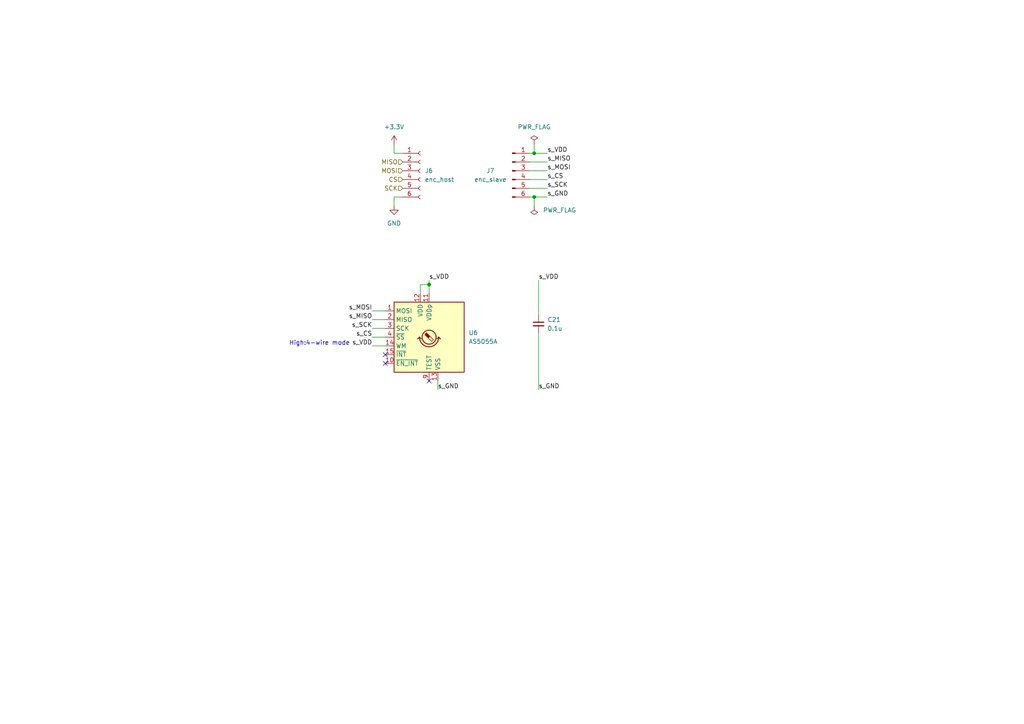
<source format=kicad_sch>
(kicad_sch (version 20231120) (generator "eeschema") (generator_version "8.0")
  (paper "A4")
  (lib_symbols
    (symbol "Connector:Conn_01x06_Female" (pin_names (offset 1.016) hide)
      (property "Reference" "J" (at 0 7.62 0))
      (property "Value" "Conn_01x06_Female" (at 0 -10.16 0))
      (symbol "Conn_01x06_Female_1_1"
        (arc (start 0 -7.112) (mid -0.5058 -7.62) (end 0 -8.128) (stroke (width 0.1524)))
        (arc (start 0 -4.572) (mid -0.5058 -5.08) (end 0 -5.588) (stroke (width 0.1524)))
        (arc (start 0 -2.032) (mid -0.5058 -2.54) (end 0 -3.048) (stroke (width 0.1524)))
        (polyline (pts (xy -1.27 -7.62) (xy -0.508 -7.62)) (stroke (width 0.1524)))
        (polyline (pts (xy -1.27 -5.08) (xy -0.508 -5.08)) (stroke (width 0.1524)))
        (polyline (pts (xy -1.27 -2.54) (xy -0.508 -2.54)) (stroke (width 0.1524)))
        (polyline (pts (xy -1.27 0) (xy -0.508 0)) (stroke (width 0.1524)))
        (polyline (pts (xy -1.27 2.54) (xy -0.508 2.54)) (stroke (width 0.1524)))
        (polyline (pts (xy -1.27 5.08) (xy -0.508 5.08)) (stroke (width 0.1524)))
        (arc (start 0 0.508) (mid -0.5058 0) (end 0 -0.508) (stroke (width 0.1524)))
        (arc (start 0 3.048) (mid -0.5058 2.54) (end 0 2.032) (stroke (width 0.1524)))
        (arc (start 0 5.588) (mid -0.5058 5.08) (end 0 4.572) (stroke (width 0.1524)))
        (pin passive line (at -5.08 5.08 0) (length 3.81) (name "Pin_1") (number "1"))
        (pin passive line (at -5.08 2.54 0) (length 3.81) (name "Pin_2") (number "2"))
        (pin passive line (at -5.08 0 0) (length 3.81) (name "Pin_3") (number "3"))
        (pin passive line (at -5.08 -2.54 0) (length 3.81) (name "Pin_4") (number "4"))
        (pin passive line (at -5.08 -5.08 0) (length 3.81) (name "Pin_5") (number "5"))
        (pin passive line (at -5.08 -7.62 0) (length 3.81) (name "Pin_6") (number "6"))
      )
    )
    (symbol "Connector:Conn_01x06_Male" (pin_names (offset 1.016) hide)
      (property "Reference" "J" (at 0 7.62 0))
      (property "Value" "Conn_01x06_Male" (at 0 -10.16 0))
      (symbol "Conn_01x06_Male_1_1"
        (polyline (pts (xy 1.27 -7.62) (xy 0.8636 -7.62)) (stroke (width 0.1524)))
        (polyline (pts (xy 1.27 -5.08) (xy 0.8636 -5.08)) (stroke (width 0.1524)))
        (polyline (pts (xy 1.27 -2.54) (xy 0.8636 -2.54)) (stroke (width 0.1524)))
        (polyline (pts (xy 1.27 0) (xy 0.8636 0)) (stroke (width 0.1524)))
        (polyline (pts (xy 1.27 2.54) (xy 0.8636 2.54)) (stroke (width 0.1524)))
        (polyline (pts (xy 1.27 5.08) (xy 0.8636 5.08)) (stroke (width 0.1524)))
        (rectangle (start 0.8636 -7.493) (end 0 -7.747) (stroke (width 0.1524)) (fill (type outline)))
        (rectangle (start 0.8636 -4.953) (end 0 -5.207) (stroke (width 0.1524)) (fill (type outline)))
        (rectangle (start 0.8636 -2.413) (end 0 -2.667) (stroke (width 0.1524)) (fill (type outline)))
        (rectangle (start 0.8636 0.127) (end 0 -0.127) (stroke (width 0.1524)) (fill (type outline)))
        (rectangle (start 0.8636 2.667) (end 0 2.413) (stroke (width 0.1524)) (fill (type outline)))
        (rectangle (start 0.8636 5.207) (end 0 4.953) (stroke (width 0.1524)) (fill (type outline)))
        (pin passive line (at 5.08 5.08 180) (length 3.81) (name "Pin_1") (number "1"))
        (pin passive line (at 5.08 2.54 180) (length 3.81) (name "Pin_2") (number "2"))
        (pin passive line (at 5.08 0 180) (length 3.81) (name "Pin_3") (number "3"))
        (pin passive line (at 5.08 -2.54 180) (length 3.81) (name "Pin_4") (number "4"))
        (pin passive line (at 5.08 -5.08 180) (length 3.81) (name "Pin_5") (number "5"))
        (pin passive line (at 5.08 -7.62 180) (length 3.81) (name "Pin_6") (number "6"))
      )
    )
    (symbol "Device:C_Small" (pin_numbers hide) (pin_names (offset 0.254) hide)
      (property "Reference" "C" (at 0.254 1.778 0))
      (property "Value" "C_Small" (at 0.254 -2.032 0))
      (symbol "C_Small_0_1"
        (polyline (pts (xy -1.524 -0.508) (xy 1.524 -0.508)) (stroke (width 0.3302)))
        (polyline (pts (xy -1.524 0.508) (xy 1.524 0.508)) (stroke (width 0.3048)))
      )
      (symbol "C_Small_1_1"
        (pin passive line (at 0 2.54 270) (length 2.032) (name "~") (number "1"))
        (pin passive line (at 0 -2.54 90) (length 2.032) (name "~") (number "2"))
      )
    )
    (symbol "Sensor_Magnetic:AS5055A"
      (property "Reference" "U" (at -10.16 11.43 0))
      (property "Value" "AS5055A" (at 10.16 11.43 0))
      (symbol "AS5055A_0_1"
        (rectangle (start -10.16 10.16) (end 10.16 -10.16) (stroke (width 0.254)) (fill (type background)))
        (arc (start -2.794 0) (mid 0 -2.7819) (end 2.794 0) (stroke (width 0.254)))
        (polyline (pts (xy -2.794 0) (xy -3.302 -0.508)) (stroke (width 0.254)))
        (polyline (pts (xy -2.794 0) (xy -2.286 -0.508)) (stroke (width 0.254)))
        (polyline (pts (xy 2.794 0) (xy 2.286 -0.508)) (stroke (width 0.254)))
        (polyline (pts (xy 2.794 0) (xy 3.302 -0.508)) (stroke (width 0.254)))
      )
      (symbol "AS5055A_1_1"
        (polyline (pts (xy 0.254 0.254) (xy 1.27 -0.762) (xy 0.762 -1.27) (xy -0.254 -0.254)))
        (polyline (pts (xy -0.762 1.27) (xy 0.254 0.254) (xy -0.254 -0.254) (xy -1.27 0.762) (xy -1.016 1.016) (xy -0.762 1.27) (xy -0.635 1.143)) (fill (type outline)))
        (circle (center 0 0) (radius 2.032) (stroke (width 0.254)))
        (pin input line (at -12.7 7.62 0) (length 2.54) (name "MOSI") (number "1"))
        (pin input line (at -12.7 -7.62 0) (length 2.54) (name "~{EN_INT}") (number "10"))
        (pin power_in line (at 0 12.7 270) (length 2.54) (name "VDDp") (number "11"))
        (pin power_in line (at -2.54 12.7 270) (length 2.54) (name "VDD") (number "12"))
        (pin power_in line (at 2.54 -12.7 90) (length 2.54) (name "VSS") (number "13"))
        (pin input line (at -12.7 -2.54 0) (length 2.54) (name "WM") (number "14"))
        (pin output line (at -12.7 -5.08 0) (length 2.54) (name "~{INT}") (number "15"))
        (pin no_connect line (at 5.08 -10.16 90) (length 2.54) hide (name "NC") (number "16"))
        (pin no_connect line (at 7.62 -10.16 90) (length 2.54) hide (name "NC") (number "17"))
        (pin output line (at -12.7 5.08 0) (length 2.54) (name "MISO") (number "2"))
        (pin input line (at -12.7 2.54 0) (length 2.54) (name "SCK") (number "3"))
        (pin input line (at -12.7 0 0) (length 2.54) (name "~{SS}") (number "4"))
        (pin no_connect line (at 10.16 7.62 180) (length 2.54) hide (name "NC") (number "5"))
        (pin no_connect line (at 10.16 5.08 180) (length 2.54) hide (name "NC") (number "6"))
        (pin no_connect line (at 10.16 2.54 180) (length 2.54) hide (name "NC") (number "7"))
        (pin no_connect line (at 10.16 0 180) (length 2.54) hide (name "NC") (number "8"))
        (pin passive line (at 0 -12.7 90) (length 2.54) (name "TEST") (number "9"))
      )
    )
    (symbol "power:+3.3V" (power) (pin_names (offset 0))
      (property "Value" "+3.3V" (at 0 3.556 0))
      (symbol "+3.3V_0_1"
        (polyline (pts (xy -0.762 1.27) (xy 0 2.54)))
        (polyline (pts (xy 0 0) (xy 0 2.54)))
        (polyline (pts (xy 0 2.54) (xy 0.762 1.27)))
      )
      (symbol "+3.3V_1_1"
        (pin power_in line (at 0 0 90) (length 0) hide (name "+3.3V") (number "1"))
      )
    )
    (symbol "power:GND" (power) (pin_names (offset 0))
      (property "Value" "GND" (at 0 -3.81 0))
      (symbol "GND_0_1"
        (polyline (pts (xy 0 0) (xy 0 -1.27) (xy 1.27 -1.27) (xy 0 -2.54) (xy -1.27 -1.27) (xy 0 -1.27)))
      )
      (symbol "GND_1_1"
        (pin power_in line (at 0 0 270) (length 0) hide (name "GND") (number "1"))
      )
    )
    (symbol "power:PWR_FLAG" (power) (pin_numbers hide) (pin_names (offset 0) hide)
      (property "Value" "PWR_FLAG" (at 0 3.81 0))
      (symbol "PWR_FLAG_0_0"
        (pin power_out line (at 0 0 90) (length 0) (name "pwr") (number "1"))
      )
      (symbol "PWR_FLAG_0_1"
        (polyline (pts (xy 0 0) (xy 0 1.27) (xy -1.016 1.905) (xy 0 2.54) (xy 1.016 1.905) (xy 0 1.27)))
      )
    )
  )
  (junction (at 124.46 82.55))
  (junction (at 154.94 57.15))
  (junction (at 154.94 44.45))
  (no_connect (at 111.76 102.87))
  (no_connect (at 111.76 105.41))
  (no_connect (at 124.46 110.49))
  (wire (pts (xy 127 110.49) (xy 127 113.03)))
  (wire (pts (xy 153.67 52.07) (xy 158.75 52.07)))
  (wire (pts (xy 153.67 54.61) (xy 158.75 54.61)))
  (wire (pts (xy 153.67 49.53) (xy 158.75 49.53)))
  (wire (pts (xy 154.94 57.15) (xy 154.94 59.69)))
  (wire (pts (xy 114.3 41.91) (xy 114.3 44.45)))
  (wire (pts (xy 158.75 44.45) (xy 154.94 44.45)))
  (wire (pts (xy 107.95 90.17) (xy 111.76 90.17)))
  (wire (pts (xy 154.94 44.45) (xy 153.67 44.45)))
  (wire (pts (xy 124.46 81.28) (xy 124.46 82.55)))
  (wire (pts (xy 156.21 81.28) (xy 156.21 91.44)))
  (wire (pts (xy 124.46 82.55) (xy 124.46 85.09)))
  (wire (pts (xy 154.94 57.15) (xy 153.67 57.15)))
  (wire (pts (xy 107.95 95.25) (xy 111.76 95.25)))
  (wire (pts (xy 153.67 46.99) (xy 158.75 46.99)))
  (wire (pts (xy 121.92 85.09) (xy 121.92 82.55)))
  (wire (pts (xy 107.95 97.79) (xy 111.76 97.79)))
  (wire (pts (xy 121.92 82.55) (xy 124.46 82.55)))
  (wire (pts (xy 156.21 96.52) (xy 156.21 113.03)))
  (wire (pts (xy 107.95 92.71) (xy 111.76 92.71)))
  (wire (pts (xy 107.95 100.33) (xy 111.76 100.33)))
  (wire (pts (xy 114.3 44.45) (xy 116.84 44.45)))
  (wire (pts (xy 154.94 41.91) (xy 154.94 44.45)))
  (wire (pts (xy 158.75 57.15) (xy 154.94 57.15)))
  (wire (pts (xy 114.3 59.69) (xy 114.3 57.15)))
  (wire (pts (xy 114.3 57.15) (xy 116.84 57.15)))
  (text "High:4-wire mode" (at 83.82 100.33 0) (effects (font (size 1.27 1.27)) (justify left bottom)))
  (label "s_VDD" (at 107.95 100.33 180))
  (label "s_VDD" (at 156.21 81.28 0))
  (label "s_MISO" (at 158.75 46.99 0))
  (label "s_MOSI" (at 107.95 90.17 180))
  (label "s_GND" (at 127 113.03 0))
  (label "s_VDD" (at 124.46 81.28 0))
  (label "s_CS" (at 158.75 52.07 0))
  (label "s_MOSI" (at 158.75 49.53 0))
  (label "s_GND" (at 158.75 57.15 0))
  (label "s_GND" (at 156.21 113.03 0))
  (label "s_CS" (at 107.95 97.79 180))
  (label "s_SCK" (at 158.75 54.61 0))
  (label "s_MISO" (at 107.95 92.71 180))
  (label "s_VDD" (at 158.75 44.45 0))
  (label "s_SCK" (at 107.95 95.25 180))
  (hierarchical_label "MOSI" (shape input) (at 116.84 49.53 180))
  (hierarchical_label "SCK" (shape input) (at 116.84 54.61 180))
  (hierarchical_label "CS" (shape input) (at 116.84 52.07 180))
  (hierarchical_label "MISO" (shape input) (at 116.84 46.99 180))
  (symbol (lib_id "power:+3.3V") (at 114.3 41.91 0) (unit 1)
    (property "Reference" "#PWR045" (effects (hide yes)))
    (property "Value" "+3.3V" (at 114.3 36.83 0))
    (instances (project "" (path "" (reference "#PWR045") (unit 1)) (path "" (reference "#PWR011") (unit 1))))
  )
  (symbol (lib_id "Connector:Conn_01x06_Female") (at 121.92 49.53 0) (unit 1)
    (property "Reference" "J6" (at 123.19 49.5299 0) (effects (justify left)))
    (property "Value" "enc_host" (at 123.19 52.0699 0) (effects (justify left)))
    (property "Footprint" "half_mouse_lib:encoder_board_host" (effects (hide yes)))
    (instances (project "" (path "" (reference "J6") (unit 1)) (path "" (reference "J1") (unit 1))))
  )
  (symbol (lib_id "power:GND") (at 114.3 59.69 0) (unit 1)
    (property "Reference" "#PWR046" (effects (hide yes)))
    (property "Value" "GND" (at 114.3 64.77 0))
    (instances (project "" (path "" (reference "#PWR046") (unit 1)) (path "" (reference "#PWR012") (unit 1))))
  )
  (symbol (lib_id "Device:C_Small") (at 156.21 93.98 0) (unit 1)
    (property "Reference" "C21" (at 158.75 92.7162 0) (effects (justify left)))
    (property "Value" "0.1u" (at 158.75 95.2562 0) (effects (justify left)))
    (property "Footprint" "Capacitor_SMD:C_0201_0603Metric" (effects (hide yes)))
    (instances (project "" (path "" (reference "C21") (unit 1)) (path "" (reference "C10") (unit 1))))
  )
  (symbol (lib_id "power:PWR_FLAG") (at 154.94 41.91 0) (unit 1)
    (property "Reference" "#FLG05" (effects (hide yes)))
    (property "Value" "PWR_FLAG" (at 154.94 36.83 0))
    (instances (project "" (path "" (reference "#FLG05") (unit 1)) (path "" (reference "#FLG01") (unit 1))))
  )
  (symbol (lib_id "power:PWR_FLAG") (at 154.94 59.69 180) (unit 1)
    (property "Reference" "#FLG06" (effects (hide yes)))
    (property "Value" "PWR_FLAG" (at 157.48 60.9599 0) (effects (justify right)))
    (instances (project "" (path "" (reference "#FLG06") (unit 1)) (path "" (reference "#FLG02") (unit 1))))
  )
  (symbol (lib_id "Connector:Conn_01x06_Male") (at 148.59 49.53 0) (unit 1)
    (property "Reference" "J7" (at 142.24 49.53 0))
    (property "Value" "enc_slave" (at 142.24 52.07 0))
    (property "Footprint" "half_mouse_lib:encoder_board" (effects (hide yes)))
    (instances (project "" (path "" (reference "J7") (unit 1)) (path "" (reference "J2") (unit 1))))
  )
  (symbol (lib_id "Sensor_Magnetic:AS5055A") (at 124.46 97.79 0) (unit 1)
    (property "Reference" "U6" (at 135.89 96.5199 0) (effects (justify left)))
    (property "Value" "AS5055A" (at 135.89 99.0599 0) (effects (justify left)))
    (property "Footprint" "Package_DFN_QFN:QFN-16-1EP_4x4mm_P0.65mm_EP2.7x2.7mm_PullBack" (effects (hide yes)))
    (property "Datasheet" "https://ams.com/documents/20143/36005/AS5055A_DS000304_2-00.pdf" (effects (hide yes)))
    (instances (project "" (path "" (reference "U6") (unit 1)) (path "" (reference "U2") (unit 1))))
  )
)
</source>
